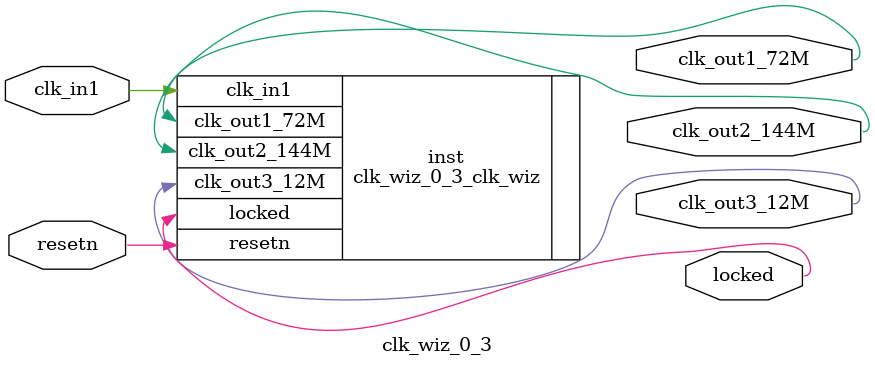
<source format=v>


`timescale 1ps/1ps

(* CORE_GENERATION_INFO = "clk_wiz_0_3,clk_wiz_v5_4_3_0,{component_name=clk_wiz_0_3,use_phase_alignment=true,use_min_o_jitter=false,use_max_i_jitter=false,use_dyn_phase_shift=false,use_inclk_switchover=false,use_dyn_reconfig=false,enable_axi=0,feedback_source=FDBK_AUTO,PRIMITIVE=PLL,num_out_clk=3,clkin1_period=5.000,clkin2_period=10.0,use_power_down=false,use_reset=true,use_locked=true,use_inclk_stopped=false,feedback_type=SINGLE,CLOCK_MGR_TYPE=NA,manual_override=false}" *)

module clk_wiz_0_3 
 (
  // Clock out ports
  output        clk_out1_72M,
  output        clk_out2_144M,
  output        clk_out3_12M,
  // Status and control signals
  input         resetn,
  output        locked,
 // Clock in ports
  input         clk_in1
 );

  clk_wiz_0_3_clk_wiz inst
  (
  // Clock out ports  
  .clk_out1_72M(clk_out1_72M),
  .clk_out2_144M(clk_out2_144M),
  .clk_out3_12M(clk_out3_12M),
  // Status and control signals               
  .resetn(resetn), 
  .locked(locked),
 // Clock in ports
  .clk_in1(clk_in1)
  );

endmodule

</source>
